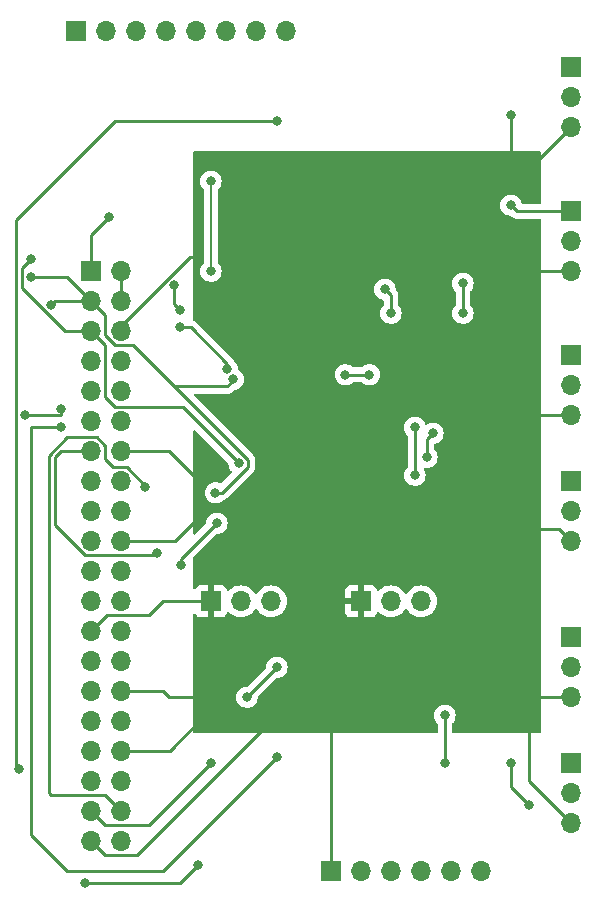
<source format=gbl>
%TF.GenerationSoftware,KiCad,Pcbnew,7.0.1-0*%
%TF.CreationDate,2024-03-21T16:56:52-04:00*%
%TF.ProjectId,pihat,70696861-742e-46b6-9963-61645f706362,rev?*%
%TF.SameCoordinates,Original*%
%TF.FileFunction,Copper,L2,Bot*%
%TF.FilePolarity,Positive*%
%FSLAX46Y46*%
G04 Gerber Fmt 4.6, Leading zero omitted, Abs format (unit mm)*
G04 Created by KiCad (PCBNEW 7.0.1-0) date 2024-03-21 16:56:52*
%MOMM*%
%LPD*%
G01*
G04 APERTURE LIST*
%TA.AperFunction,ComponentPad*%
%ADD10R,1.700000X1.700000*%
%TD*%
%TA.AperFunction,ComponentPad*%
%ADD11O,1.700000X1.700000*%
%TD*%
%TA.AperFunction,ViaPad*%
%ADD12C,0.800000*%
%TD*%
%TA.AperFunction,Conductor*%
%ADD13C,0.250000*%
%TD*%
%TA.AperFunction,Conductor*%
%ADD14C,0.150000*%
%TD*%
G04 APERTURE END LIST*
D10*
%TO.P,J6,1,Pin_1*%
%TO.N,+5V*%
X101600000Y-120396000D03*
D11*
%TO.P,J6,2,Pin_2*%
%TO.N,Net-(J6-Pin_2)*%
X101600000Y-122936000D03*
%TO.P,J6,3,Pin_3*%
%TO.N,GND*%
X101600000Y-125476000D03*
%TD*%
D10*
%TO.P,U2,1,GND*%
%TO.N,GND*%
X71120000Y-106680000D03*
D11*
%TO.P,U2,2,DQ*%
%TO.N,TEMP_EXT*%
X73660000Y-106680000D03*
%TO.P,U2,3,V_{DD}*%
%TO.N,+3.3V*%
X76200000Y-106680000D03*
%TD*%
D10*
%TO.P,J2,1,Pin_1*%
%TO.N,+5V*%
X101600000Y-73660000D03*
D11*
%TO.P,J2,2,Pin_2*%
%TO.N,Net-(J2-Pin_2)*%
X101600000Y-76200000D03*
%TO.P,J2,3,Pin_3*%
%TO.N,GND*%
X101600000Y-78740000D03*
%TD*%
D10*
%TO.P,J8,1,Pin_1*%
%TO.N,GND*%
X81280000Y-129540000D03*
D11*
%TO.P,J8,2,Pin_2*%
%TO.N,I2C_SDA*%
X83820000Y-129540000D03*
%TO.P,J8,3,Pin_3*%
%TO.N,I2C_SCL*%
X86360000Y-129540000D03*
%TO.P,J8,4,Pin_4*%
%TO.N,unconnected-(J8-Pin_4-Pad4)*%
X88900000Y-129540000D03*
%TO.P,J8,5,Pin_5*%
%TO.N,unconnected-(J8-Pin_5-Pad5)*%
X91440000Y-129540000D03*
%TO.P,J8,6,Pin_6*%
%TO.N,+5V*%
X93980000Y-129540000D03*
%TD*%
D10*
%TO.P,J7,1,Pin_1*%
%TO.N,+5V*%
X101600000Y-109728000D03*
D11*
%TO.P,J7,2,Pin_2*%
%TO.N,Net-(J7-Pin_2)*%
X101600000Y-112268000D03*
%TO.P,J7,3,Pin_3*%
%TO.N,GND*%
X101600000Y-114808000D03*
%TD*%
D10*
%TO.P,J9,1,Pin_1*%
%TO.N,Net-(J9-Pin_1)*%
X59705000Y-58420000D03*
D11*
%TO.P,J9,2,Pin_2*%
%TO.N,Net-(J9-Pin_2)*%
X62245000Y-58420000D03*
%TO.P,J9,3,Pin_3*%
%TO.N,Net-(J9-Pin_3)*%
X64785000Y-58420000D03*
%TO.P,J9,4,Pin_4*%
%TO.N,Net-(J9-Pin_4)*%
X67325000Y-58420000D03*
%TO.P,J9,5,Pin_5*%
%TO.N,Net-(J9-Pin_5)*%
X69865000Y-58420000D03*
%TO.P,J9,6,Pin_6*%
%TO.N,Net-(J9-Pin_6)*%
X72405000Y-58420000D03*
%TO.P,J9,7,Pin_7*%
%TO.N,Net-(J9-Pin_7)*%
X74945000Y-58420000D03*
%TO.P,J9,8,Pin_8*%
%TO.N,Net-(J9-Pin_8)*%
X77485000Y-58420000D03*
%TD*%
D10*
%TO.P,J5,1,Pin_1*%
%TO.N,+5V*%
X101600000Y-85867000D03*
D11*
%TO.P,J5,2,Pin_2*%
%TO.N,Net-(J5-Pin_2)*%
X101600000Y-88407000D03*
%TO.P,J5,3,Pin_3*%
%TO.N,GND*%
X101600000Y-90947000D03*
%TD*%
D10*
%TO.P,J3,1,Pin_1*%
%TO.N,+5V*%
X101600000Y-61468000D03*
D11*
%TO.P,J3,2,Pin_2*%
%TO.N,Net-(J3-Pin_2)*%
X101600000Y-64008000D03*
%TO.P,J3,3,Pin_3*%
%TO.N,GND*%
X101600000Y-66548000D03*
%TD*%
D10*
%TO.P,U3,1,GND*%
%TO.N,GND*%
X83820000Y-106680000D03*
D11*
%TO.P,U3,2,DQ*%
%TO.N,TEMP_INT*%
X86360000Y-106680000D03*
%TO.P,U3,3,V_{DD}*%
%TO.N,+3.3V*%
X88900000Y-106680000D03*
%TD*%
D10*
%TO.P,J4,1,Pin_1*%
%TO.N,+5V*%
X101600000Y-96520000D03*
D11*
%TO.P,J4,2,Pin_2*%
%TO.N,Net-(J4-Pin_2)*%
X101600000Y-99060000D03*
%TO.P,J4,3,Pin_3*%
%TO.N,GND*%
X101600000Y-101600000D03*
%TD*%
D10*
%TO.P,J1,1,3V3*%
%TO.N,+3.3V*%
X60960000Y-78740000D03*
D11*
%TO.P,J1,2,5V*%
%TO.N,+5V*%
X63500000Y-78740000D03*
%TO.P,J1,3,SDA/GPIO2*%
%TO.N,I2C_SDA*%
X60960000Y-81280000D03*
%TO.P,J1,4,5V*%
%TO.N,+5V*%
X63500000Y-81280000D03*
%TO.P,J1,5,SCL/GPIO3*%
%TO.N,I2C_SCL*%
X60960000Y-83820000D03*
%TO.P,J1,6,GND*%
%TO.N,GND*%
X63500000Y-83820000D03*
%TO.P,J1,7,GCLK0/GPIO4*%
%TO.N,unconnected-(J1-GCLK0{slash}GPIO4-Pad7)*%
X60960000Y-86360000D03*
%TO.P,J1,8,GPIO14/TXD*%
%TO.N,THR_3*%
X63500000Y-86360000D03*
%TO.P,J1,9,GND*%
%TO.N,GND*%
X60960000Y-88900000D03*
%TO.P,J1,10,GPIO15/RXD*%
%TO.N,THR_4*%
X63500000Y-88900000D03*
%TO.P,J1,11,GPIO17*%
%TO.N,THR_6*%
X60960000Y-91440000D03*
%TO.P,J1,12,GPIO18/PWM0*%
%TO.N,unconnected-(J1-GPIO18{slash}PWM0-Pad12)*%
X63500000Y-91440000D03*
%TO.P,J1,13,GPIO27*%
%TO.N,TEMP_EXT*%
X60960000Y-93980000D03*
%TO.P,J1,14,GND*%
%TO.N,GND*%
X63500000Y-93980000D03*
%TO.P,J1,15,GPIO22*%
%TO.N,unconnected-(J1-GPIO22-Pad15)*%
X60960000Y-96520000D03*
%TO.P,J1,16,GPIO23*%
%TO.N,unconnected-(J1-GPIO23-Pad16)*%
X63500000Y-96520000D03*
%TO.P,J1,17,3V3*%
%TO.N,+3.3V*%
X60960000Y-99060000D03*
%TO.P,J1,18,GPIO24*%
%TO.N,unconnected-(J1-GPIO24-Pad18)*%
X63500000Y-99060000D03*
%TO.P,J1,19,MOSI0/GPIO10*%
%TO.N,unconnected-(J1-MOSI0{slash}GPIO10-Pad19)*%
X60960000Y-101600000D03*
%TO.P,J1,20,GND*%
%TO.N,GND*%
X63500000Y-101600000D03*
%TO.P,J1,21,MISO0/GPIO9*%
%TO.N,unconnected-(J1-MISO0{slash}GPIO9-Pad21)*%
X60960000Y-104140000D03*
%TO.P,J1,22,GPIO25*%
%TO.N,unconnected-(J1-GPIO25-Pad22)*%
X63500000Y-104140000D03*
%TO.P,J1,23,SCLK0/GPIO11*%
%TO.N,unconnected-(J1-SCLK0{slash}GPIO11-Pad23)*%
X60960000Y-106680000D03*
%TO.P,J1,24,~{CE0}/GPIO8*%
%TO.N,unconnected-(J1-~{CE0}{slash}GPIO8-Pad24)*%
X63500000Y-106680000D03*
%TO.P,J1,25,GND*%
%TO.N,GND*%
X60960000Y-109220000D03*
%TO.P,J1,26,~{CE1}/GPIO7*%
%TO.N,unconnected-(J1-~{CE1}{slash}GPIO7-Pad26)*%
X63500000Y-109220000D03*
%TO.P,J1,27,ID_SD/GPIO0*%
%TO.N,unconnected-(J1-ID_SD{slash}GPIO0-Pad27)*%
X60960000Y-111760000D03*
%TO.P,J1,28,ID_SC/GPIO1*%
%TO.N,unconnected-(J1-ID_SC{slash}GPIO1-Pad28)*%
X63500000Y-111760000D03*
%TO.P,J1,29,GCLK1/GPIO5*%
%TO.N,unconnected-(J1-GCLK1{slash}GPIO5-Pad29)*%
X60960000Y-114300000D03*
%TO.P,J1,30,GND*%
%TO.N,GND*%
X63500000Y-114300000D03*
%TO.P,J1,31,GCLK2/GPIO6*%
%TO.N,unconnected-(J1-GCLK2{slash}GPIO6-Pad31)*%
X60960000Y-116840000D03*
%TO.P,J1,32,PWM0/GPIO12*%
%TO.N,THR_1*%
X63500000Y-116840000D03*
%TO.P,J1,33,PWM1/GPIO13*%
%TO.N,THR_2*%
X60960000Y-119380000D03*
%TO.P,J1,34,GND*%
%TO.N,GND*%
X63500000Y-119380000D03*
%TO.P,J1,35,GPIO19/MISO1*%
%TO.N,INT_GYR*%
X60960000Y-121920000D03*
%TO.P,J1,36,GPIO16*%
%TO.N,THR_5*%
X63500000Y-121920000D03*
%TO.P,J1,37,GPIO26*%
%TO.N,TEMP_INT*%
X60960000Y-124460000D03*
%TO.P,J1,38,GPIO20/MOSI1*%
%TO.N,INT_ACC*%
X63500000Y-124460000D03*
%TO.P,J1,39,GND*%
%TO.N,GND*%
X60960000Y-127000000D03*
%TO.P,J1,40,GPIO21/SCLK1*%
%TO.N,INT_CAP*%
X63500000Y-127000000D03*
%TD*%
D12*
%TO.N,GND*%
X75000000Y-85000000D03*
%TO.N,INT_CAP*%
X70000000Y-129000000D03*
X60500000Y-130500000D03*
%TO.N,+3.3V*%
X68500000Y-82004500D03*
X82500000Y-87500000D03*
X84544500Y-87500000D03*
X85852000Y-80264000D03*
X86360000Y-82296000D03*
X62484000Y-74168000D03*
X68000000Y-79915000D03*
%TO.N,+5V*%
X96520000Y-73152000D03*
%TO.N,GND*%
X80264000Y-73660000D03*
X82804000Y-116840000D03*
X78740000Y-83312000D03*
X78740000Y-93980000D03*
X96520000Y-65532000D03*
X97536000Y-88900000D03*
X95530000Y-113792000D03*
%TO.N,I2C_SDA*%
X73000000Y-87895500D03*
X57598102Y-81593898D03*
X55879500Y-79248000D03*
X71500000Y-97500000D03*
%TO.N,I2C_SCL*%
X73500000Y-95000000D03*
X68500000Y-83500000D03*
X72500000Y-87000000D03*
X55879500Y-77724000D03*
%TO.N,THR_3*%
X89916000Y-92456000D03*
X89408000Y-94488000D03*
%TO.N,THR_4*%
X88392000Y-91948000D03*
X88392000Y-96012000D03*
%TO.N,THR_6*%
X76708000Y-119888000D03*
X58420000Y-91948000D03*
%TO.N,Net-(J6-Pin_2)*%
X96520000Y-120396000D03*
X98044000Y-123952000D03*
%TO.N,TEMP_EXT*%
X66548000Y-102616000D03*
%TO.N,THR_1*%
X71628000Y-100076000D03*
X68580000Y-103632000D03*
X92456000Y-82296000D03*
X92456000Y-79756000D03*
%TO.N,THR_2*%
X54864000Y-120904000D03*
X76708000Y-66040000D03*
%TO.N,INT_GYR*%
X58420000Y-90424000D03*
X55372000Y-90932000D03*
%TO.N,THR_5*%
X90932000Y-116332000D03*
X90932000Y-120396000D03*
%TO.N,TEMP_INT*%
X74168000Y-114808000D03*
X76708000Y-112268000D03*
X71120000Y-120396000D03*
%TO.N,INT_ACC*%
X65532000Y-97028000D03*
%TO.N,Net-(IC1-VREGA)*%
X71120000Y-71120000D03*
X71120000Y-78740000D03*
%TD*%
D13*
%TO.N,GND*%
X64825000Y-128175000D02*
X75500000Y-117500000D01*
X62135000Y-128175000D02*
X64825000Y-128175000D01*
X60960000Y-127000000D02*
X62135000Y-128175000D01*
X67620000Y-119380000D02*
X71000000Y-116000000D01*
X63500000Y-119380000D02*
X67620000Y-119380000D01*
%TO.N,INT_CAP*%
X68500000Y-130500000D02*
X70000000Y-129000000D01*
X60500000Y-130500000D02*
X68500000Y-130500000D01*
%TO.N,+5V*%
X63500000Y-78740000D02*
X63500000Y-81280000D01*
%TO.N,+3.3V*%
X68500000Y-82000000D02*
X68500000Y-82004500D01*
X84544500Y-87500000D02*
X82500000Y-87500000D01*
X86360000Y-82296000D02*
X86360000Y-80772000D01*
X68000000Y-79915000D02*
X68000000Y-81500000D01*
X68000000Y-81500000D02*
X68500000Y-82000000D01*
X86360000Y-80772000D02*
X85852000Y-80264000D01*
X60960000Y-78740000D02*
X60960000Y-75692000D01*
X60960000Y-75692000D02*
X62484000Y-74168000D01*
%TO.N,+5V*%
X96520000Y-73152000D02*
X97028000Y-73660000D01*
X97028000Y-73660000D02*
X101600000Y-73660000D01*
%TO.N,GND*%
X101600000Y-90947000D02*
X98567000Y-90947000D01*
X67056000Y-106680000D02*
X71120000Y-106680000D01*
X68072000Y-101600000D02*
X70612000Y-99060000D01*
X98044000Y-121920000D02*
X98044000Y-117348000D01*
X101600000Y-101600000D02*
X100584000Y-100584000D01*
X62325000Y-107855000D02*
X65881000Y-107855000D01*
X63500000Y-93980000D02*
X67564000Y-93980000D01*
X101600000Y-78740000D02*
X98044000Y-78740000D01*
X63500000Y-101600000D02*
X68072000Y-101600000D01*
X101600000Y-66548000D02*
X98044000Y-70104000D01*
X60960000Y-109220000D02*
X62325000Y-107855000D01*
X96520000Y-65532000D02*
X96520000Y-68580000D01*
X71120000Y-106680000D02*
X71120000Y-104140000D01*
X83820000Y-106680000D02*
X83820000Y-104140000D01*
X63500000Y-83820000D02*
X63500000Y-83389695D01*
X96520000Y-68580000D02*
X96012000Y-69088000D01*
X100584000Y-100584000D02*
X98044000Y-100584000D01*
X101600000Y-125476000D02*
X98044000Y-121920000D01*
X63500000Y-83389695D02*
X69389695Y-77500000D01*
X67056000Y-114300000D02*
X67564000Y-114808000D01*
X67564000Y-93980000D02*
X70104000Y-96520000D01*
X81280000Y-117348000D02*
X81280000Y-116840000D01*
X70612000Y-114808000D02*
X71120000Y-115316000D01*
X65881000Y-107855000D02*
X67056000Y-106680000D01*
X101600000Y-114808000D02*
X97536000Y-114808000D01*
X81280000Y-119888000D02*
X81280000Y-117348000D01*
X81280000Y-129540000D02*
X81280000Y-119634000D01*
X67564000Y-114808000D02*
X70612000Y-114808000D01*
X83820000Y-104140000D02*
X83312000Y-103632000D01*
X98567000Y-90947000D02*
X98044000Y-90424000D01*
X71120000Y-104140000D02*
X70104000Y-103124000D01*
X70104000Y-96520000D02*
X70104000Y-99060000D01*
X69389695Y-77500000D02*
X70000000Y-77500000D01*
X63500000Y-114300000D02*
X67056000Y-114300000D01*
%TO.N,I2C_SDA*%
X68012653Y-88487347D02*
X64520305Y-84995000D01*
X57404000Y-81788000D02*
X57912000Y-81280000D01*
X63013299Y-84995000D02*
X62135000Y-84116701D01*
X55880000Y-79248000D02*
X58928000Y-79248000D01*
X62135000Y-82455000D02*
X60960000Y-81280000D01*
X71500000Y-97500000D02*
X72025305Y-97500000D01*
X71732252Y-88487347D02*
X72512653Y-88487347D01*
X74225000Y-94699695D02*
X68012653Y-88487347D01*
X72512653Y-88487347D02*
X73000000Y-88000000D01*
X74225000Y-95300305D02*
X74225000Y-94699695D01*
X62135000Y-84116701D02*
X62135000Y-82455000D01*
X57912000Y-81280000D02*
X60960000Y-81280000D01*
X64520305Y-84995000D02*
X63013299Y-84995000D01*
X68012653Y-88487347D02*
X71732252Y-88487347D01*
X58928000Y-79248000D02*
X60960000Y-81280000D01*
X72025305Y-97500000D02*
X74225000Y-95300305D01*
X55879500Y-79248000D02*
X55880000Y-79248000D01*
X73000000Y-88000000D02*
X73000000Y-87895500D01*
%TO.N,I2C_SCL*%
X55880000Y-77724000D02*
X55879500Y-77724000D01*
X69404396Y-83500000D02*
X68500000Y-83500000D01*
X62135000Y-89386701D02*
X62135000Y-84995000D01*
X72500000Y-87000000D02*
X72500000Y-86595604D01*
X55880000Y-77724000D02*
X55154500Y-78449500D01*
X73500000Y-95000000D02*
X68765000Y-90265000D01*
X62135000Y-84995000D02*
X60960000Y-83820000D01*
X72500000Y-86595604D02*
X69404396Y-83500000D01*
X55154500Y-80174896D02*
X58799604Y-83820000D01*
X55154500Y-78449500D02*
X55154500Y-80174896D01*
X63013299Y-90265000D02*
X62135000Y-89386701D01*
X58799604Y-83820000D02*
X60960000Y-83820000D01*
X68765000Y-90265000D02*
X63013299Y-90265000D01*
%TO.N,THR_3*%
X89408000Y-92964000D02*
X89408000Y-94488000D01*
X89916000Y-92456000D02*
X89408000Y-92964000D01*
%TO.N,THR_4*%
X88392000Y-91948000D02*
X88392000Y-96012000D01*
%TO.N,THR_6*%
X55880000Y-91948000D02*
X55880000Y-126492000D01*
X58420000Y-91948000D02*
X55880000Y-91948000D01*
X67056000Y-129540000D02*
X76708000Y-119888000D01*
X55880000Y-126492000D02*
X58928000Y-129540000D01*
X58928000Y-129540000D02*
X67056000Y-129540000D01*
%TO.N,Net-(J6-Pin_2)*%
X96520000Y-122428000D02*
X98044000Y-123952000D01*
X96520000Y-120396000D02*
X96520000Y-122428000D01*
%TO.N,TEMP_EXT*%
X66548000Y-102616000D02*
X66389000Y-102775000D01*
X57912000Y-94488000D02*
X58420000Y-93980000D01*
X66389000Y-102775000D02*
X60473299Y-102775000D01*
X60473299Y-102775000D02*
X57912000Y-100213701D01*
X57912000Y-100213701D02*
X57912000Y-94488000D01*
X58420000Y-93980000D02*
X60960000Y-93980000D01*
%TO.N,THR_1*%
X68580000Y-103124000D02*
X71628000Y-100076000D01*
X92456000Y-82296000D02*
X92456000Y-79756000D01*
X68580000Y-103632000D02*
X68580000Y-103124000D01*
%TO.N,THR_2*%
X54864000Y-120904000D02*
X54647000Y-120687000D01*
X62992000Y-66040000D02*
X76708000Y-66040000D01*
X54647000Y-74385000D02*
X62992000Y-66040000D01*
X54647000Y-120687000D02*
X54647000Y-74385000D01*
%TO.N,INT_GYR*%
X58420000Y-90424000D02*
X58420000Y-90922695D01*
X58420000Y-90922695D02*
X58410695Y-90932000D01*
X58410695Y-90932000D02*
X55372000Y-90932000D01*
%TO.N,THR_5*%
X90932000Y-116332000D02*
X90932000Y-120396000D01*
%TO.N,TEMP_INT*%
X62135000Y-125635000D02*
X60960000Y-124460000D01*
X65881000Y-125635000D02*
X62135000Y-125635000D01*
X76708000Y-112268000D02*
X74168000Y-114808000D01*
X71120000Y-120396000D02*
X65881000Y-125635000D01*
%TO.N,INT_ACC*%
X65532000Y-97028000D02*
X65532000Y-96890299D01*
X57404000Y-122936000D02*
X57563000Y-123095000D01*
X62135000Y-93493299D02*
X61446701Y-92805000D01*
X57404000Y-94359604D02*
X57404000Y-122936000D01*
X62833001Y-95345000D02*
X62135000Y-94646999D01*
X61446701Y-92805000D02*
X58958604Y-92805000D01*
X62135000Y-123095000D02*
X63500000Y-124460000D01*
X63986701Y-95345000D02*
X62833001Y-95345000D01*
X58958604Y-92805000D02*
X57404000Y-94359604D01*
X65532000Y-96890299D02*
X63986701Y-95345000D01*
X62135000Y-94646999D02*
X62135000Y-93493299D01*
X57563000Y-123095000D02*
X62135000Y-123095000D01*
D14*
%TO.N,Net-(IC1-VREGA)*%
X71120000Y-71120000D02*
X71120000Y-78740000D01*
%TD*%
%TA.AperFunction,Conductor*%
%TO.N,GND*%
G36*
X98998000Y-68596613D02*
G01*
X99043387Y-68642000D01*
X99060000Y-68704000D01*
X99060000Y-72910500D01*
X99043387Y-72972500D01*
X98998000Y-73017887D01*
X98936000Y-73034500D01*
X97518755Y-73034500D01*
X97468320Y-73023780D01*
X97426605Y-72993472D01*
X97400824Y-72948818D01*
X97347179Y-72783715D01*
X97252533Y-72619783D01*
X97125870Y-72479110D01*
X96972730Y-72367848D01*
X96799802Y-72290855D01*
X96614648Y-72251500D01*
X96614646Y-72251500D01*
X96425354Y-72251500D01*
X96425352Y-72251500D01*
X96240197Y-72290855D01*
X96067269Y-72367848D01*
X95914129Y-72479110D01*
X95787466Y-72619783D01*
X95692820Y-72783715D01*
X95634326Y-72963742D01*
X95614540Y-73151999D01*
X95634326Y-73340257D01*
X95692820Y-73520284D01*
X95787466Y-73684216D01*
X95914129Y-73824889D01*
X96067269Y-73936151D01*
X96240197Y-74013144D01*
X96425352Y-74052500D01*
X96425354Y-74052500D01*
X96483133Y-74052500D01*
X96528781Y-74061208D01*
X96568017Y-74086108D01*
X96591223Y-74107900D01*
X96594019Y-74110610D01*
X96613529Y-74130120D01*
X96616711Y-74132588D01*
X96625571Y-74140155D01*
X96657417Y-74170061D01*
X96657418Y-74170062D01*
X96674970Y-74179711D01*
X96691238Y-74190397D01*
X96707064Y-74202673D01*
X96747146Y-74220017D01*
X96757633Y-74225155D01*
X96795907Y-74246197D01*
X96804410Y-74248379D01*
X96815308Y-74251178D01*
X96833713Y-74257478D01*
X96852104Y-74265437D01*
X96895250Y-74272270D01*
X96906668Y-74274635D01*
X96948981Y-74285500D01*
X96969017Y-74285500D01*
X96988414Y-74287026D01*
X97008196Y-74290160D01*
X97048720Y-74286328D01*
X97051672Y-74286050D01*
X97063342Y-74285500D01*
X98936000Y-74285500D01*
X98998000Y-74302113D01*
X99043387Y-74347500D01*
X99060000Y-74409500D01*
X99060000Y-117732000D01*
X99043387Y-117794000D01*
X98998000Y-117839387D01*
X98936000Y-117856000D01*
X91681500Y-117856000D01*
X91619500Y-117839387D01*
X91574113Y-117794000D01*
X91557500Y-117732000D01*
X91557500Y-117030687D01*
X91565736Y-116986249D01*
X91589347Y-116947717D01*
X91664533Y-116864216D01*
X91759179Y-116700284D01*
X91817674Y-116520256D01*
X91837460Y-116332000D01*
X91817674Y-116143744D01*
X91759179Y-115963716D01*
X91759179Y-115963715D01*
X91664533Y-115799783D01*
X91537870Y-115659110D01*
X91384730Y-115547848D01*
X91211802Y-115470855D01*
X91026648Y-115431500D01*
X91026646Y-115431500D01*
X90837354Y-115431500D01*
X90837352Y-115431500D01*
X90652197Y-115470855D01*
X90479269Y-115547848D01*
X90326129Y-115659110D01*
X90199466Y-115799783D01*
X90104820Y-115963715D01*
X90046326Y-116143742D01*
X90026540Y-116331999D01*
X90046326Y-116520257D01*
X90104820Y-116700284D01*
X90199464Y-116864213D01*
X90199467Y-116864216D01*
X90274652Y-116947717D01*
X90298264Y-116986249D01*
X90306500Y-117030687D01*
X90306500Y-117732000D01*
X90289887Y-117794000D01*
X90244500Y-117839387D01*
X90182500Y-117856000D01*
X69720000Y-117856000D01*
X69658000Y-117839387D01*
X69612613Y-117794000D01*
X69596000Y-117732000D01*
X69596000Y-114807999D01*
X73262540Y-114807999D01*
X73282326Y-114996257D01*
X73340820Y-115176284D01*
X73435466Y-115340216D01*
X73562129Y-115480889D01*
X73715269Y-115592151D01*
X73888197Y-115669144D01*
X74073352Y-115708500D01*
X74073354Y-115708500D01*
X74262646Y-115708500D01*
X74262648Y-115708500D01*
X74386084Y-115682262D01*
X74447803Y-115669144D01*
X74620730Y-115592151D01*
X74773871Y-115480888D01*
X74900533Y-115340216D01*
X74995179Y-115176284D01*
X75053674Y-114996256D01*
X75071322Y-114828341D01*
X75082720Y-114787927D01*
X75106957Y-114753632D01*
X76655771Y-113204819D01*
X76696000Y-113177939D01*
X76743453Y-113168500D01*
X76802648Y-113168500D01*
X76926083Y-113142262D01*
X76987803Y-113129144D01*
X77160730Y-113052151D01*
X77313871Y-112940888D01*
X77440533Y-112800216D01*
X77535179Y-112636284D01*
X77593674Y-112456256D01*
X77613460Y-112268000D01*
X77593674Y-112079744D01*
X77535179Y-111899716D01*
X77535179Y-111899715D01*
X77440533Y-111735783D01*
X77313870Y-111595110D01*
X77160730Y-111483848D01*
X76987802Y-111406855D01*
X76802648Y-111367500D01*
X76802646Y-111367500D01*
X76613354Y-111367500D01*
X76613352Y-111367500D01*
X76428197Y-111406855D01*
X76255269Y-111483848D01*
X76102129Y-111595110D01*
X75975466Y-111735783D01*
X75880820Y-111899715D01*
X75822326Y-112079742D01*
X75804679Y-112247649D01*
X75793279Y-112288070D01*
X75769039Y-112322368D01*
X74220228Y-113871181D01*
X74180000Y-113898061D01*
X74132547Y-113907500D01*
X74073352Y-113907500D01*
X73888197Y-113946855D01*
X73715269Y-114023848D01*
X73562129Y-114135110D01*
X73435466Y-114275783D01*
X73340820Y-114439715D01*
X73282326Y-114619742D01*
X73262540Y-114807999D01*
X69596000Y-114807999D01*
X69596000Y-107836541D01*
X69611168Y-107777114D01*
X69652960Y-107732226D01*
X69711154Y-107712857D01*
X69771511Y-107723746D01*
X69819267Y-107762230D01*
X69912810Y-107887188D01*
X70027910Y-107973352D01*
X70162624Y-108023597D01*
X70222176Y-108030000D01*
X70870000Y-108030000D01*
X71370000Y-108030000D01*
X72017824Y-108030000D01*
X72077375Y-108023597D01*
X72212089Y-107973352D01*
X72327188Y-107887188D01*
X72413352Y-107772089D01*
X72462422Y-107640528D01*
X72497401Y-107590149D01*
X72552246Y-107562696D01*
X72613539Y-107564885D01*
X72666285Y-107596181D01*
X72788599Y-107718495D01*
X72982170Y-107854035D01*
X73196337Y-107953903D01*
X73424592Y-108015063D01*
X73660000Y-108035659D01*
X73895408Y-108015063D01*
X74123663Y-107953903D01*
X74337830Y-107854035D01*
X74531401Y-107718495D01*
X74698495Y-107551401D01*
X74828426Y-107365839D01*
X74872743Y-107326975D01*
X74930000Y-107312964D01*
X74987257Y-107326975D01*
X75031573Y-107365839D01*
X75161505Y-107551401D01*
X75328599Y-107718495D01*
X75522170Y-107854035D01*
X75736337Y-107953903D01*
X75964592Y-108015063D01*
X76200000Y-108035659D01*
X76435408Y-108015063D01*
X76663663Y-107953903D01*
X76877830Y-107854035D01*
X77071401Y-107718495D01*
X77238495Y-107551401D01*
X77374035Y-107357830D01*
X77473903Y-107143663D01*
X77531153Y-106930000D01*
X82470000Y-106930000D01*
X82470000Y-107577824D01*
X82476402Y-107637375D01*
X82526647Y-107772089D01*
X82612811Y-107887188D01*
X82727910Y-107973352D01*
X82862624Y-108023597D01*
X82922176Y-108030000D01*
X83570000Y-108030000D01*
X84070000Y-108030000D01*
X84717824Y-108030000D01*
X84777375Y-108023597D01*
X84912089Y-107973352D01*
X85027188Y-107887188D01*
X85113352Y-107772089D01*
X85162422Y-107640528D01*
X85197401Y-107590149D01*
X85252246Y-107562696D01*
X85313539Y-107564885D01*
X85366285Y-107596181D01*
X85488599Y-107718495D01*
X85682170Y-107854035D01*
X85896337Y-107953903D01*
X86124592Y-108015063D01*
X86360000Y-108035659D01*
X86595408Y-108015063D01*
X86823663Y-107953903D01*
X87037830Y-107854035D01*
X87231401Y-107718495D01*
X87398495Y-107551401D01*
X87528426Y-107365839D01*
X87572743Y-107326975D01*
X87630000Y-107312964D01*
X87687257Y-107326975D01*
X87731573Y-107365839D01*
X87861505Y-107551401D01*
X88028599Y-107718495D01*
X88222170Y-107854035D01*
X88436337Y-107953903D01*
X88664592Y-108015063D01*
X88900000Y-108035659D01*
X89135408Y-108015063D01*
X89363663Y-107953903D01*
X89577830Y-107854035D01*
X89771401Y-107718495D01*
X89938495Y-107551401D01*
X90074035Y-107357830D01*
X90173903Y-107143663D01*
X90235063Y-106915408D01*
X90255659Y-106680000D01*
X90235063Y-106444592D01*
X90173903Y-106216337D01*
X90074035Y-106002171D01*
X89938495Y-105808599D01*
X89771401Y-105641505D01*
X89577830Y-105505965D01*
X89363663Y-105406097D01*
X89291074Y-105386647D01*
X89135407Y-105344936D01*
X88900000Y-105324340D01*
X88664592Y-105344936D01*
X88436336Y-105406097D01*
X88222170Y-105505965D01*
X88028598Y-105641505D01*
X87861508Y-105808595D01*
X87731574Y-105994160D01*
X87687255Y-106033026D01*
X87629999Y-106047036D01*
X87572742Y-106033025D01*
X87528426Y-105994161D01*
X87398495Y-105808599D01*
X87231401Y-105641505D01*
X87037830Y-105505965D01*
X86823663Y-105406097D01*
X86751074Y-105386647D01*
X86595407Y-105344936D01*
X86360000Y-105324340D01*
X86124592Y-105344936D01*
X85896336Y-105406097D01*
X85682170Y-105505965D01*
X85488601Y-105641503D01*
X85366285Y-105763819D01*
X85313539Y-105795114D01*
X85252246Y-105797303D01*
X85197401Y-105769850D01*
X85162422Y-105719471D01*
X85113352Y-105587911D01*
X85027188Y-105472811D01*
X84912089Y-105386647D01*
X84777375Y-105336402D01*
X84717824Y-105330000D01*
X84070000Y-105330000D01*
X84070000Y-108030000D01*
X83570000Y-108030000D01*
X83570000Y-106930000D01*
X82470000Y-106930000D01*
X77531153Y-106930000D01*
X77535063Y-106915408D01*
X77555659Y-106680000D01*
X77535063Y-106444592D01*
X77531153Y-106430000D01*
X82470000Y-106430000D01*
X83570000Y-106430000D01*
X83570000Y-105330000D01*
X82922176Y-105330000D01*
X82862624Y-105336402D01*
X82727910Y-105386647D01*
X82612811Y-105472811D01*
X82526647Y-105587910D01*
X82476402Y-105722624D01*
X82470000Y-105782176D01*
X82470000Y-106430000D01*
X77531153Y-106430000D01*
X77473903Y-106216337D01*
X77374035Y-106002171D01*
X77238495Y-105808599D01*
X77071401Y-105641505D01*
X76877830Y-105505965D01*
X76663663Y-105406097D01*
X76591074Y-105386647D01*
X76435407Y-105344936D01*
X76200000Y-105324340D01*
X75964592Y-105344936D01*
X75736336Y-105406097D01*
X75522170Y-105505965D01*
X75328598Y-105641505D01*
X75161508Y-105808595D01*
X75031574Y-105994160D01*
X74987255Y-106033026D01*
X74929999Y-106047036D01*
X74872742Y-106033025D01*
X74828426Y-105994161D01*
X74698495Y-105808599D01*
X74531401Y-105641505D01*
X74337830Y-105505965D01*
X74123663Y-105406097D01*
X74051074Y-105386647D01*
X73895407Y-105344936D01*
X73660000Y-105324340D01*
X73424592Y-105344936D01*
X73196336Y-105406097D01*
X72982170Y-105505965D01*
X72788601Y-105641503D01*
X72666285Y-105763819D01*
X72613539Y-105795114D01*
X72552246Y-105797303D01*
X72497401Y-105769850D01*
X72462422Y-105719471D01*
X72413352Y-105587911D01*
X72327188Y-105472811D01*
X72212089Y-105386647D01*
X72077375Y-105336402D01*
X72017824Y-105330000D01*
X71370000Y-105330000D01*
X71370000Y-108030000D01*
X70870000Y-108030000D01*
X70870000Y-105330000D01*
X70222176Y-105330000D01*
X70162624Y-105336402D01*
X70027910Y-105386647D01*
X69912810Y-105472811D01*
X69819267Y-105597770D01*
X69771511Y-105636254D01*
X69711154Y-105647143D01*
X69652960Y-105627774D01*
X69611168Y-105582886D01*
X69596000Y-105523459D01*
X69596000Y-103043952D01*
X69605439Y-102996499D01*
X69632319Y-102956271D01*
X71575772Y-101012819D01*
X71616000Y-100985939D01*
X71663453Y-100976500D01*
X71722648Y-100976500D01*
X71846084Y-100950262D01*
X71907803Y-100937144D01*
X72080730Y-100860151D01*
X72233871Y-100748888D01*
X72360533Y-100608216D01*
X72455179Y-100444284D01*
X72513674Y-100264256D01*
X72533460Y-100076000D01*
X72513674Y-99887744D01*
X72455179Y-99707716D01*
X72455179Y-99707715D01*
X72360533Y-99543783D01*
X72233870Y-99403110D01*
X72080730Y-99291848D01*
X71907802Y-99214855D01*
X71722648Y-99175500D01*
X71722646Y-99175500D01*
X71533354Y-99175500D01*
X71533352Y-99175500D01*
X71348197Y-99214855D01*
X71175269Y-99291848D01*
X71022129Y-99403110D01*
X70895466Y-99543783D01*
X70800820Y-99707715D01*
X70742326Y-99887742D01*
X70724679Y-100055649D01*
X70713279Y-100096070D01*
X70689039Y-100130368D01*
X69807681Y-101011727D01*
X69758318Y-101041977D01*
X69700602Y-101046519D01*
X69647115Y-101024364D01*
X69609515Y-100980341D01*
X69596000Y-100924046D01*
X69596000Y-92279952D01*
X69609515Y-92223657D01*
X69647115Y-92179634D01*
X69700602Y-92157479D01*
X69758318Y-92162021D01*
X69807680Y-92192270D01*
X71404722Y-93789313D01*
X72561038Y-94945629D01*
X72585277Y-94979926D01*
X72596678Y-95020348D01*
X72614326Y-95188257D01*
X72672820Y-95368284D01*
X72767464Y-95532213D01*
X72767467Y-95532216D01*
X72850309Y-95624221D01*
X72878980Y-95679298D01*
X72877355Y-95741371D01*
X72845839Y-95794873D01*
X71993711Y-96647001D01*
X71952481Y-96674291D01*
X71903866Y-96683301D01*
X71855595Y-96672600D01*
X71779801Y-96638854D01*
X71594648Y-96599500D01*
X71594646Y-96599500D01*
X71405354Y-96599500D01*
X71405352Y-96599500D01*
X71220197Y-96638855D01*
X71047269Y-96715848D01*
X70894129Y-96827110D01*
X70767466Y-96967783D01*
X70672820Y-97131715D01*
X70614326Y-97311742D01*
X70594540Y-97500000D01*
X70614326Y-97688257D01*
X70672820Y-97868284D01*
X70767466Y-98032216D01*
X70894129Y-98172889D01*
X71047269Y-98284151D01*
X71220197Y-98361144D01*
X71405352Y-98400500D01*
X71405354Y-98400500D01*
X71594646Y-98400500D01*
X71594648Y-98400500D01*
X71718084Y-98374262D01*
X71779803Y-98361144D01*
X71952730Y-98284151D01*
X72105871Y-98172888D01*
X72131248Y-98144703D01*
X72177749Y-98112384D01*
X72182091Y-98110664D01*
X72182097Y-98110664D01*
X72222712Y-98094582D01*
X72233749Y-98090803D01*
X72275695Y-98078618D01*
X72292934Y-98068422D01*
X72310407Y-98059862D01*
X72329037Y-98052486D01*
X72364369Y-98026814D01*
X72374135Y-98020400D01*
X72411723Y-97998171D01*
X72411722Y-97998171D01*
X72411725Y-97998170D01*
X72425890Y-97984004D01*
X72440678Y-97971373D01*
X72456892Y-97959594D01*
X72484743Y-97925926D01*
X72492584Y-97917309D01*
X74397893Y-96012000D01*
X87486540Y-96012000D01*
X87506326Y-96200257D01*
X87564820Y-96380284D01*
X87659466Y-96544216D01*
X87786129Y-96684889D01*
X87939269Y-96796151D01*
X88112197Y-96873144D01*
X88297352Y-96912500D01*
X88297354Y-96912500D01*
X88486646Y-96912500D01*
X88486648Y-96912500D01*
X88610084Y-96886262D01*
X88671803Y-96873144D01*
X88844730Y-96796151D01*
X88997871Y-96684888D01*
X89124533Y-96544216D01*
X89219179Y-96380284D01*
X89277674Y-96200256D01*
X89297460Y-96012000D01*
X89277674Y-95823744D01*
X89219179Y-95643716D01*
X89219178Y-95643715D01*
X89219178Y-95643713D01*
X89177299Y-95571175D01*
X89160931Y-95516961D01*
X89170376Y-95461122D01*
X89203664Y-95415306D01*
X89253853Y-95389071D01*
X89310470Y-95387887D01*
X89313354Y-95388500D01*
X89502646Y-95388500D01*
X89502648Y-95388500D01*
X89647310Y-95357751D01*
X89687803Y-95349144D01*
X89860730Y-95272151D01*
X90013871Y-95160888D01*
X90140533Y-95020216D01*
X90235179Y-94856284D01*
X90293674Y-94676256D01*
X90313460Y-94488000D01*
X90293674Y-94299744D01*
X90235179Y-94119716D01*
X90235179Y-94119715D01*
X90140535Y-93955786D01*
X90127427Y-93941229D01*
X90065347Y-93872282D01*
X90041736Y-93833751D01*
X90033500Y-93789313D01*
X90033500Y-93452056D01*
X90046050Y-93397698D01*
X90081158Y-93354343D01*
X90131719Y-93330766D01*
X90181642Y-93320153D01*
X90195803Y-93317144D01*
X90368730Y-93240151D01*
X90521871Y-93128888D01*
X90648533Y-92988216D01*
X90743179Y-92824284D01*
X90801674Y-92644256D01*
X90821460Y-92456000D01*
X90801674Y-92267744D01*
X90743179Y-92087716D01*
X90743179Y-92087715D01*
X90648533Y-91923783D01*
X90521870Y-91783110D01*
X90368730Y-91671848D01*
X90195802Y-91594855D01*
X90010648Y-91555500D01*
X90010646Y-91555500D01*
X89821354Y-91555500D01*
X89821352Y-91555500D01*
X89636197Y-91594855D01*
X89463269Y-91671848D01*
X89428089Y-91697408D01*
X89374602Y-91719563D01*
X89316886Y-91715020D01*
X89267523Y-91684770D01*
X89237274Y-91635406D01*
X89219179Y-91579716D01*
X89124533Y-91415783D01*
X88997870Y-91275110D01*
X88844730Y-91163848D01*
X88671802Y-91086855D01*
X88486648Y-91047500D01*
X88486646Y-91047500D01*
X88297354Y-91047500D01*
X88297352Y-91047500D01*
X88112197Y-91086855D01*
X87939269Y-91163848D01*
X87786129Y-91275110D01*
X87659466Y-91415783D01*
X87564820Y-91579715D01*
X87506326Y-91759742D01*
X87486540Y-91948000D01*
X87506326Y-92136257D01*
X87564820Y-92316284D01*
X87659464Y-92480213D01*
X87659467Y-92480216D01*
X87734652Y-92563717D01*
X87758264Y-92602249D01*
X87766500Y-92646687D01*
X87766500Y-95313313D01*
X87758264Y-95357751D01*
X87734652Y-95396282D01*
X87706736Y-95427287D01*
X87659464Y-95479786D01*
X87564820Y-95643715D01*
X87506326Y-95823742D01*
X87486540Y-96012000D01*
X74397893Y-96012000D01*
X74608786Y-95801107D01*
X74624887Y-95788209D01*
X74626874Y-95786092D01*
X74626877Y-95786091D01*
X74672932Y-95737046D01*
X74675613Y-95734281D01*
X74695120Y-95714775D01*
X74697581Y-95711600D01*
X74705152Y-95702736D01*
X74735062Y-95670887D01*
X74744713Y-95653331D01*
X74755393Y-95637072D01*
X74767674Y-95621241D01*
X74785018Y-95581156D01*
X74790160Y-95570661D01*
X74811197Y-95532397D01*
X74816178Y-95512993D01*
X74822480Y-95494588D01*
X74830438Y-95476200D01*
X74837270Y-95433053D01*
X74839639Y-95421621D01*
X74850500Y-95379325D01*
X74850500Y-95359289D01*
X74852027Y-95339890D01*
X74855160Y-95320109D01*
X74851050Y-95276630D01*
X74850500Y-95264961D01*
X74850500Y-94782436D01*
X74852763Y-94761932D01*
X74850561Y-94691840D01*
X74850500Y-94687946D01*
X74850500Y-94660352D01*
X74850500Y-94660345D01*
X74849995Y-94656348D01*
X74849080Y-94644718D01*
X74847709Y-94601068D01*
X74842120Y-94581835D01*
X74838174Y-94562777D01*
X74835664Y-94542901D01*
X74819588Y-94502299D01*
X74815804Y-94491248D01*
X74809881Y-94470863D01*
X74803618Y-94449305D01*
X74793414Y-94432050D01*
X74784861Y-94414590D01*
X74777486Y-94395964D01*
X74777486Y-94395963D01*
X74751808Y-94360620D01*
X74745401Y-94350866D01*
X74723169Y-94313274D01*
X74709006Y-94299111D01*
X74696367Y-94284312D01*
X74684595Y-94268108D01*
X74650941Y-94240268D01*
X74642299Y-94232404D01*
X69734425Y-89324528D01*
X69704175Y-89275165D01*
X69699633Y-89217449D01*
X69721788Y-89163962D01*
X69765811Y-89126362D01*
X69822106Y-89112847D01*
X71653233Y-89112847D01*
X71771602Y-89112847D01*
X72429909Y-89112847D01*
X72450415Y-89115111D01*
X72453318Y-89115019D01*
X72453320Y-89115020D01*
X72520525Y-89112908D01*
X72524421Y-89112847D01*
X72552002Y-89112847D01*
X72552003Y-89112847D01*
X72555972Y-89112345D01*
X72567618Y-89111427D01*
X72611280Y-89110056D01*
X72630512Y-89104467D01*
X72649571Y-89100521D01*
X72655849Y-89099728D01*
X72669445Y-89098011D01*
X72710060Y-89081929D01*
X72721097Y-89078150D01*
X72763043Y-89065965D01*
X72780282Y-89055769D01*
X72797755Y-89047209D01*
X72816385Y-89039833D01*
X72851717Y-89014161D01*
X72861483Y-89007747D01*
X72899071Y-88985518D01*
X72899070Y-88985518D01*
X72899073Y-88985517D01*
X72913238Y-88971351D01*
X72928026Y-88958720D01*
X72944240Y-88946941D01*
X72972086Y-88913279D01*
X72979927Y-88904661D01*
X73060985Y-88823603D01*
X73089497Y-88802314D01*
X73122884Y-88789998D01*
X73179823Y-88777895D01*
X73279803Y-88756644D01*
X73452730Y-88679651D01*
X73554811Y-88605485D01*
X73605870Y-88568389D01*
X73732533Y-88427716D01*
X73827179Y-88263784D01*
X73843964Y-88212125D01*
X73885674Y-88083756D01*
X73905460Y-87895500D01*
X73885674Y-87707244D01*
X73827179Y-87527216D01*
X73827179Y-87527215D01*
X73811466Y-87500000D01*
X81594540Y-87500000D01*
X81614326Y-87688257D01*
X81672820Y-87868284D01*
X81767466Y-88032216D01*
X81894129Y-88172889D01*
X82047269Y-88284151D01*
X82220197Y-88361144D01*
X82405352Y-88400500D01*
X82405354Y-88400500D01*
X82594646Y-88400500D01*
X82594648Y-88400500D01*
X82718084Y-88374262D01*
X82779803Y-88361144D01*
X82952730Y-88284151D01*
X83105871Y-88172888D01*
X83111598Y-88166526D01*
X83153312Y-88136220D01*
X83203747Y-88125500D01*
X83840753Y-88125500D01*
X83891188Y-88136220D01*
X83932901Y-88166526D01*
X83938629Y-88172888D01*
X84091770Y-88284151D01*
X84091771Y-88284151D01*
X84091772Y-88284152D01*
X84264697Y-88361144D01*
X84449852Y-88400500D01*
X84449854Y-88400500D01*
X84639146Y-88400500D01*
X84639148Y-88400500D01*
X84762584Y-88374262D01*
X84824303Y-88361144D01*
X84997230Y-88284151D01*
X85150371Y-88172888D01*
X85277033Y-88032216D01*
X85371679Y-87868284D01*
X85430174Y-87688256D01*
X85449960Y-87500000D01*
X85430174Y-87311744D01*
X85399832Y-87218363D01*
X85371679Y-87131715D01*
X85277033Y-86967783D01*
X85150370Y-86827110D01*
X84997230Y-86715848D01*
X84824302Y-86638855D01*
X84639148Y-86599500D01*
X84639146Y-86599500D01*
X84449854Y-86599500D01*
X84449852Y-86599500D01*
X84264697Y-86638855D01*
X84091772Y-86715847D01*
X83989676Y-86790024D01*
X83938629Y-86827112D01*
X83932901Y-86833473D01*
X83891188Y-86863780D01*
X83840753Y-86874500D01*
X83203747Y-86874500D01*
X83153312Y-86863780D01*
X83111598Y-86833473D01*
X83105871Y-86827112D01*
X82952730Y-86715849D01*
X82952729Y-86715848D01*
X82952727Y-86715847D01*
X82779802Y-86638855D01*
X82594648Y-86599500D01*
X82594646Y-86599500D01*
X82405354Y-86599500D01*
X82405352Y-86599500D01*
X82220197Y-86638855D01*
X82047269Y-86715848D01*
X81894129Y-86827110D01*
X81767466Y-86967783D01*
X81672820Y-87131715D01*
X81614326Y-87311742D01*
X81594540Y-87500000D01*
X73811466Y-87500000D01*
X73732533Y-87363283D01*
X73605870Y-87222610D01*
X73455859Y-87113622D01*
X73415463Y-87063737D01*
X73407413Y-87012898D01*
X73406822Y-87012961D01*
X73405635Y-87001670D01*
X73405424Y-87000338D01*
X73405460Y-87000000D01*
X73385674Y-86811744D01*
X73354515Y-86715847D01*
X73327179Y-86631715D01*
X73232533Y-86467783D01*
X73105870Y-86327110D01*
X73062916Y-86295903D01*
X73035483Y-86268470D01*
X73026819Y-86256545D01*
X73020405Y-86246781D01*
X72998169Y-86209182D01*
X72984006Y-86195019D01*
X72971369Y-86180224D01*
X72959595Y-86164018D01*
X72959594Y-86164017D01*
X72925935Y-86136172D01*
X72917305Y-86128318D01*
X69905198Y-83116211D01*
X69892302Y-83100113D01*
X69841171Y-83052098D01*
X69838374Y-83049387D01*
X69818866Y-83029879D01*
X69815686Y-83027412D01*
X69806820Y-83019839D01*
X69774978Y-82989938D01*
X69757420Y-82980285D01*
X69741160Y-82969604D01*
X69725332Y-82957327D01*
X69685247Y-82939980D01*
X69674757Y-82934841D01*
X69660263Y-82926873D01*
X69613268Y-82881333D01*
X69596000Y-82818211D01*
X69596000Y-80264000D01*
X84946540Y-80264000D01*
X84966326Y-80452257D01*
X85024820Y-80632284D01*
X85119466Y-80796216D01*
X85246129Y-80936889D01*
X85399269Y-81048151D01*
X85572197Y-81125144D01*
X85636281Y-81138766D01*
X85686842Y-81162343D01*
X85721950Y-81205698D01*
X85734500Y-81260056D01*
X85734500Y-81597313D01*
X85726264Y-81641751D01*
X85702652Y-81680282D01*
X85669545Y-81717051D01*
X85627464Y-81763786D01*
X85532820Y-81927715D01*
X85474326Y-82107742D01*
X85454540Y-82295999D01*
X85474326Y-82484257D01*
X85532820Y-82664284D01*
X85627466Y-82828216D01*
X85754129Y-82968889D01*
X85907269Y-83080151D01*
X86080197Y-83157144D01*
X86265352Y-83196500D01*
X86265354Y-83196500D01*
X86454646Y-83196500D01*
X86454648Y-83196500D01*
X86616124Y-83162177D01*
X86639803Y-83157144D01*
X86812730Y-83080151D01*
X86867435Y-83040406D01*
X86965870Y-82968889D01*
X87092533Y-82828216D01*
X87187179Y-82664284D01*
X87187178Y-82664284D01*
X87245674Y-82484256D01*
X87265460Y-82296000D01*
X87265460Y-82295999D01*
X91550540Y-82295999D01*
X91570326Y-82484257D01*
X91628820Y-82664284D01*
X91723466Y-82828216D01*
X91850129Y-82968889D01*
X92003269Y-83080151D01*
X92176197Y-83157144D01*
X92361352Y-83196500D01*
X92361354Y-83196500D01*
X92550646Y-83196500D01*
X92550648Y-83196500D01*
X92712124Y-83162177D01*
X92735803Y-83157144D01*
X92908730Y-83080151D01*
X92963435Y-83040406D01*
X93061870Y-82968889D01*
X93188533Y-82828216D01*
X93283179Y-82664284D01*
X93283178Y-82664284D01*
X93341674Y-82484256D01*
X93361460Y-82296000D01*
X93341674Y-82107744D01*
X93283179Y-81927716D01*
X93283179Y-81927715D01*
X93188535Y-81763786D01*
X93175427Y-81749229D01*
X93113347Y-81680282D01*
X93089736Y-81641751D01*
X93081500Y-81597313D01*
X93081500Y-80454687D01*
X93089736Y-80410249D01*
X93113347Y-80371717D01*
X93188533Y-80288216D01*
X93191612Y-80282884D01*
X93283179Y-80124284D01*
X93298951Y-80075742D01*
X93341674Y-79944256D01*
X93361460Y-79756000D01*
X93341674Y-79567744D01*
X93291358Y-79412888D01*
X93283179Y-79387715D01*
X93188533Y-79223783D01*
X93061870Y-79083110D01*
X92908730Y-78971848D01*
X92735802Y-78894855D01*
X92550648Y-78855500D01*
X92550646Y-78855500D01*
X92361354Y-78855500D01*
X92361352Y-78855500D01*
X92176197Y-78894855D01*
X92003269Y-78971848D01*
X91850129Y-79083110D01*
X91723466Y-79223783D01*
X91628820Y-79387715D01*
X91570326Y-79567742D01*
X91550540Y-79756000D01*
X91570326Y-79944257D01*
X91628820Y-80124284D01*
X91723464Y-80288213D01*
X91723467Y-80288216D01*
X91798652Y-80371717D01*
X91822264Y-80410249D01*
X91830500Y-80454687D01*
X91830500Y-81597313D01*
X91822264Y-81641751D01*
X91798652Y-81680282D01*
X91765545Y-81717051D01*
X91723464Y-81763786D01*
X91628820Y-81927715D01*
X91570326Y-82107742D01*
X91550540Y-82295999D01*
X87265460Y-82295999D01*
X87245674Y-82107744D01*
X87187179Y-81927716D01*
X87187179Y-81927715D01*
X87092535Y-81763786D01*
X87079427Y-81749229D01*
X87017347Y-81680282D01*
X86993736Y-81641751D01*
X86985500Y-81597313D01*
X86985500Y-80854740D01*
X86987763Y-80834236D01*
X86985561Y-80764144D01*
X86985500Y-80760250D01*
X86985500Y-80732657D01*
X86985500Y-80732650D01*
X86984995Y-80728653D01*
X86984080Y-80717023D01*
X86982709Y-80673372D01*
X86977119Y-80654134D01*
X86973174Y-80635082D01*
X86970664Y-80615208D01*
X86954578Y-80574581D01*
X86950805Y-80563560D01*
X86938617Y-80521610D01*
X86928421Y-80504369D01*
X86919863Y-80486902D01*
X86912486Y-80468268D01*
X86886798Y-80432912D01*
X86880409Y-80423184D01*
X86858170Y-80385579D01*
X86844006Y-80371415D01*
X86831369Y-80356620D01*
X86819593Y-80340412D01*
X86799329Y-80323648D01*
X86769088Y-80286701D01*
X86755049Y-80241068D01*
X86737674Y-80075744D01*
X86679179Y-79895716D01*
X86679179Y-79895715D01*
X86584533Y-79731783D01*
X86457870Y-79591110D01*
X86304730Y-79479848D01*
X86131802Y-79402855D01*
X85946648Y-79363500D01*
X85946646Y-79363500D01*
X85757354Y-79363500D01*
X85757352Y-79363500D01*
X85572197Y-79402855D01*
X85399269Y-79479848D01*
X85246129Y-79591110D01*
X85119466Y-79731783D01*
X85024820Y-79895715D01*
X84966326Y-80075742D01*
X84946540Y-80264000D01*
X69596000Y-80264000D01*
X69596000Y-78740000D01*
X70214540Y-78740000D01*
X70234326Y-78928257D01*
X70292820Y-79108284D01*
X70387466Y-79272216D01*
X70514129Y-79412889D01*
X70667269Y-79524151D01*
X70840197Y-79601144D01*
X71025352Y-79640500D01*
X71025354Y-79640500D01*
X71214646Y-79640500D01*
X71214648Y-79640500D01*
X71338084Y-79614262D01*
X71399803Y-79601144D01*
X71572730Y-79524151D01*
X71725871Y-79412888D01*
X71852533Y-79272216D01*
X71947179Y-79108284D01*
X72005674Y-78928256D01*
X72025460Y-78740000D01*
X72005674Y-78551744D01*
X71947179Y-78371716D01*
X71947179Y-78371715D01*
X71852535Y-78207786D01*
X71835545Y-78188917D01*
X71727347Y-78068751D01*
X71703736Y-78030221D01*
X71695500Y-77985783D01*
X71695500Y-71874217D01*
X71703736Y-71829779D01*
X71727347Y-71791248D01*
X71852533Y-71652216D01*
X71947179Y-71488284D01*
X72005674Y-71308256D01*
X72025460Y-71120000D01*
X72005674Y-70931744D01*
X71947179Y-70751716D01*
X71947179Y-70751715D01*
X71852533Y-70587783D01*
X71725870Y-70447110D01*
X71572730Y-70335848D01*
X71399802Y-70258855D01*
X71214648Y-70219500D01*
X71214646Y-70219500D01*
X71025354Y-70219500D01*
X71025352Y-70219500D01*
X70840197Y-70258855D01*
X70667269Y-70335848D01*
X70514129Y-70447110D01*
X70387466Y-70587783D01*
X70292820Y-70751715D01*
X70234326Y-70931742D01*
X70214540Y-71120000D01*
X70234326Y-71308257D01*
X70292820Y-71488284D01*
X70387464Y-71652213D01*
X70387467Y-71652216D01*
X70512652Y-71791248D01*
X70536264Y-71829779D01*
X70544500Y-71874217D01*
X70544500Y-77985783D01*
X70536264Y-78030221D01*
X70512652Y-78068751D01*
X70448299Y-78140223D01*
X70387464Y-78207786D01*
X70292820Y-78371715D01*
X70234326Y-78551742D01*
X70214540Y-78740000D01*
X69596000Y-78740000D01*
X69596000Y-68704000D01*
X69612613Y-68642000D01*
X69658000Y-68596613D01*
X69720000Y-68580000D01*
X98936000Y-68580000D01*
X98998000Y-68596613D01*
G37*
%TD.AperFunction*%
%TD*%
M02*

</source>
